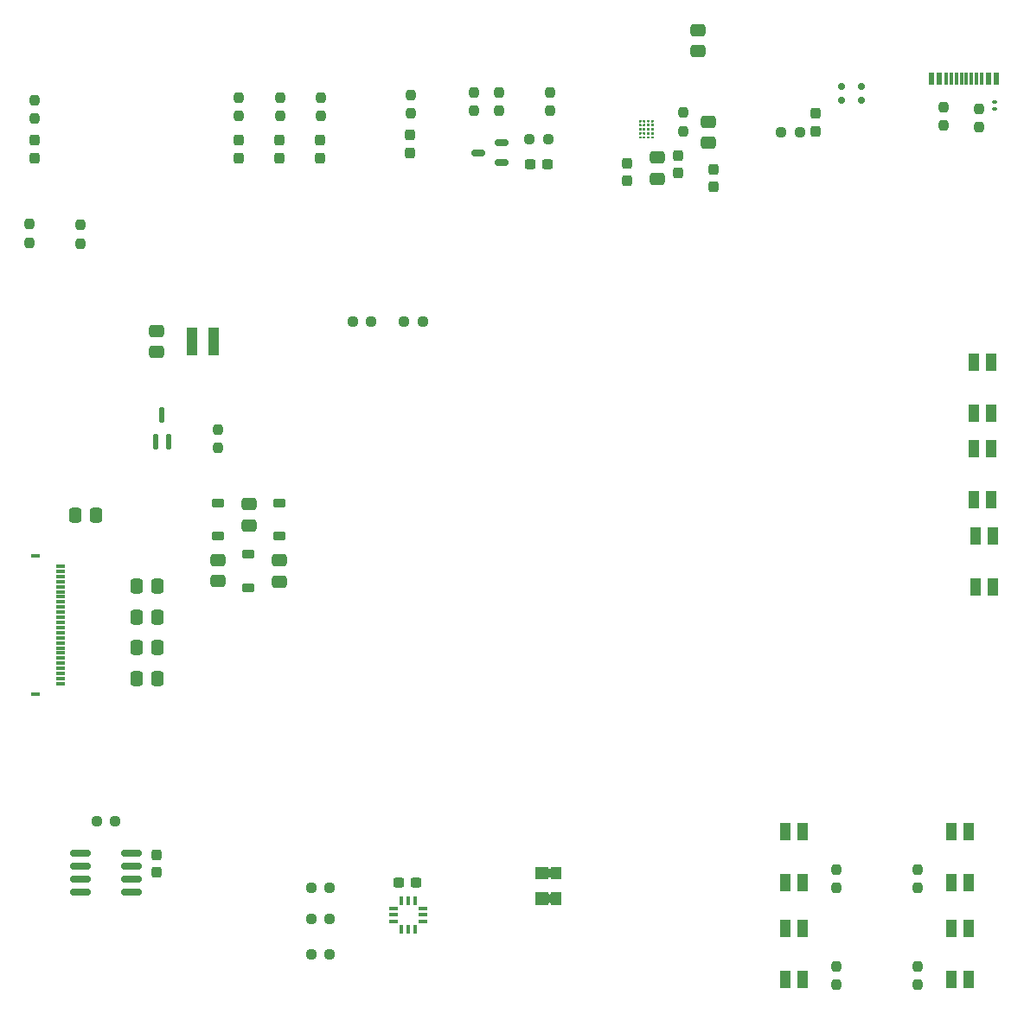
<source format=gtp>
G04 #@! TF.GenerationSoftware,KiCad,Pcbnew,8.0.2*
G04 #@! TF.CreationDate,2024-10-06T17:22:18-06:00*
G04 #@! TF.ProjectId,kicad,6b696361-642e-46b6-9963-61645f706362,rev?*
G04 #@! TF.SameCoordinates,Original*
G04 #@! TF.FileFunction,Paste,Top*
G04 #@! TF.FilePolarity,Positive*
%FSLAX46Y46*%
G04 Gerber Fmt 4.6, Leading zero omitted, Abs format (unit mm)*
G04 Created by KiCad (PCBNEW 8.0.2) date 2024-10-06 17:22:18*
%MOMM*%
%LPD*%
G01*
G04 APERTURE LIST*
G04 Aperture macros list*
%AMRoundRect*
0 Rectangle with rounded corners*
0 $1 Rounding radius*
0 $2 $3 $4 $5 $6 $7 $8 $9 X,Y pos of 4 corners*
0 Add a 4 corners polygon primitive as box body*
4,1,4,$2,$3,$4,$5,$6,$7,$8,$9,$2,$3,0*
0 Add four circle primitives for the rounded corners*
1,1,$1+$1,$2,$3*
1,1,$1+$1,$4,$5*
1,1,$1+$1,$6,$7*
1,1,$1+$1,$8,$9*
0 Add four rect primitives between the rounded corners*
20,1,$1+$1,$2,$3,$4,$5,0*
20,1,$1+$1,$4,$5,$6,$7,0*
20,1,$1+$1,$6,$7,$8,$9,0*
20,1,$1+$1,$8,$9,$2,$3,0*%
G04 Aperture macros list end*
%ADD10C,0.010000*%
%ADD11C,0.050000*%
%ADD12C,0.000000*%
%ADD13R,1.000000X1.800000*%
%ADD14R,0.990600X2.692400*%
%ADD15RoundRect,0.237500X0.237500X-0.287500X0.237500X0.287500X-0.237500X0.287500X-0.237500X-0.287500X0*%
%ADD16RoundRect,0.237500X0.237500X-0.250000X0.237500X0.250000X-0.237500X0.250000X-0.237500X-0.250000X0*%
%ADD17RoundRect,0.075000X-0.175000X0.075000X-0.175000X-0.075000X0.175000X-0.075000X0.175000X0.075000X0*%
%ADD18RoundRect,0.237500X-0.237500X0.250000X-0.237500X-0.250000X0.237500X-0.250000X0.237500X0.250000X0*%
%ADD19R,0.600000X1.150000*%
%ADD20R,0.300000X1.150000*%
%ADD21RoundRect,0.237500X-0.237500X0.300000X-0.237500X-0.300000X0.237500X-0.300000X0.237500X0.300000X0*%
%ADD22RoundRect,0.237500X0.250000X0.237500X-0.250000X0.237500X-0.250000X-0.237500X0.250000X-0.237500X0*%
%ADD23RoundRect,0.150000X0.200000X-0.150000X0.200000X0.150000X-0.200000X0.150000X-0.200000X-0.150000X0*%
%ADD24RoundRect,0.250000X-0.475000X0.337500X-0.475000X-0.337500X0.475000X-0.337500X0.475000X0.337500X0*%
%ADD25RoundRect,0.225000X0.375000X-0.225000X0.375000X0.225000X-0.375000X0.225000X-0.375000X-0.225000X0*%
%ADD26RoundRect,0.225000X-0.375000X0.225000X-0.375000X-0.225000X0.375000X-0.225000X0.375000X0.225000X0*%
%ADD27RoundRect,0.250000X0.337500X0.475000X-0.337500X0.475000X-0.337500X-0.475000X0.337500X-0.475000X0*%
%ADD28RoundRect,0.237500X-0.300000X-0.237500X0.300000X-0.237500X0.300000X0.237500X-0.300000X0.237500X0*%
%ADD29RoundRect,0.237500X-0.250000X-0.237500X0.250000X-0.237500X0.250000X0.237500X-0.250000X0.237500X0*%
%ADD30R,0.350000X0.950000*%
%ADD31R,0.950000X0.350000*%
%ADD32RoundRect,0.250000X-0.337500X-0.475000X0.337500X-0.475000X0.337500X0.475000X-0.337500X0.475000X0*%
%ADD33RoundRect,0.250000X0.475000X-0.337500X0.475000X0.337500X-0.475000X0.337500X-0.475000X-0.337500X0*%
%ADD34RoundRect,0.112500X-0.112500X-0.637500X0.112500X-0.637500X0.112500X0.637500X-0.112500X0.637500X0*%
%ADD35RoundRect,0.150000X-0.825000X-0.150000X0.825000X-0.150000X0.825000X0.150000X-0.825000X0.150000X0*%
%ADD36RoundRect,0.150000X0.512500X0.150000X-0.512500X0.150000X-0.512500X-0.150000X0.512500X-0.150000X0*%
%ADD37R,0.838200X0.355600*%
%ADD38R,0.838200X0.406400*%
G04 APERTURE END LIST*
D10*
X145220000Y-131485000D02*
X145220000Y-131493000D01*
X145221000Y-131501000D01*
X145222000Y-131508000D01*
X145223000Y-131516000D01*
X145225000Y-131524000D01*
X145227000Y-131531000D01*
X145230000Y-131539000D01*
X145233000Y-131546000D01*
X145236000Y-131553000D01*
X145240000Y-131560000D01*
X145244000Y-131567000D01*
X145249000Y-131573000D01*
X145253000Y-131579000D01*
X145259000Y-131585000D01*
X145264000Y-131591000D01*
X145270000Y-131596000D01*
X145276000Y-131602000D01*
X145282000Y-131606000D01*
X145288000Y-131611000D01*
X145295000Y-131615000D01*
X145302000Y-131619000D01*
X145309000Y-131622000D01*
X145316000Y-131625000D01*
X145324000Y-131628000D01*
X145331000Y-131630000D01*
X145339000Y-131632000D01*
X145347000Y-131633000D01*
X145354000Y-131634000D01*
X145362000Y-131635000D01*
X145370000Y-131635000D01*
X145420000Y-131635000D01*
X145428000Y-131635000D01*
X145436000Y-131634000D01*
X145443000Y-131633000D01*
X145451000Y-131632000D01*
X145459000Y-131630000D01*
X145466000Y-131628000D01*
X145474000Y-131625000D01*
X145481000Y-131622000D01*
X145488000Y-131619000D01*
X145495000Y-131615000D01*
X145502000Y-131611000D01*
X145508000Y-131606000D01*
X145514000Y-131602000D01*
X145520000Y-131596000D01*
X145526000Y-131591000D01*
X145531000Y-131585000D01*
X145537000Y-131579000D01*
X145541000Y-131573000D01*
X145546000Y-131567000D01*
X145550000Y-131560000D01*
X145554000Y-131553000D01*
X145557000Y-131546000D01*
X145560000Y-131539000D01*
X145563000Y-131531000D01*
X145565000Y-131524000D01*
X145567000Y-131516000D01*
X145568000Y-131508000D01*
X145569000Y-131501000D01*
X145570000Y-131493000D01*
X145570000Y-131485000D01*
X145570000Y-131425000D01*
X146510000Y-131425000D01*
X146510000Y-132575000D01*
X145570000Y-132575000D01*
X145570000Y-132515000D01*
X145570000Y-132507000D01*
X145569000Y-132499000D01*
X145568000Y-132492000D01*
X145567000Y-132484000D01*
X145565000Y-132476000D01*
X145563000Y-132469000D01*
X145560000Y-132461000D01*
X145557000Y-132454000D01*
X145554000Y-132447000D01*
X145550000Y-132440000D01*
X145546000Y-132433000D01*
X145541000Y-132427000D01*
X145537000Y-132421000D01*
X145531000Y-132415000D01*
X145526000Y-132409000D01*
X145520000Y-132404000D01*
X145514000Y-132398000D01*
X145508000Y-132394000D01*
X145502000Y-132389000D01*
X145495000Y-132385000D01*
X145488000Y-132381000D01*
X145481000Y-132378000D01*
X145474000Y-132375000D01*
X145466000Y-132372000D01*
X145459000Y-132370000D01*
X145451000Y-132368000D01*
X145443000Y-132367000D01*
X145436000Y-132366000D01*
X145428000Y-132365000D01*
X145420000Y-132365000D01*
X145370000Y-132365000D01*
X145362000Y-132365000D01*
X145354000Y-132366000D01*
X145347000Y-132367000D01*
X145339000Y-132368000D01*
X145331000Y-132370000D01*
X145324000Y-132372000D01*
X145316000Y-132375000D01*
X145309000Y-132378000D01*
X145302000Y-132381000D01*
X145295000Y-132385000D01*
X145288000Y-132389000D01*
X145282000Y-132394000D01*
X145276000Y-132398000D01*
X145270000Y-132404000D01*
X145264000Y-132409000D01*
X145259000Y-132415000D01*
X145253000Y-132421000D01*
X145249000Y-132427000D01*
X145244000Y-132433000D01*
X145240000Y-132440000D01*
X145236000Y-132447000D01*
X145233000Y-132454000D01*
X145230000Y-132461000D01*
X145227000Y-132469000D01*
X145225000Y-132476000D01*
X145223000Y-132484000D01*
X145222000Y-132492000D01*
X145221000Y-132499000D01*
X145220000Y-132507000D01*
X145220000Y-132515000D01*
X145220000Y-132575000D01*
X144070000Y-132575000D01*
X144070000Y-131425000D01*
X145220000Y-131425000D01*
X145220000Y-131485000D01*
G36*
X145220000Y-131485000D02*
G01*
X145220000Y-131493000D01*
X145221000Y-131501000D01*
X145222000Y-131508000D01*
X145223000Y-131516000D01*
X145225000Y-131524000D01*
X145227000Y-131531000D01*
X145230000Y-131539000D01*
X145233000Y-131546000D01*
X145236000Y-131553000D01*
X145240000Y-131560000D01*
X145244000Y-131567000D01*
X145249000Y-131573000D01*
X145253000Y-131579000D01*
X145259000Y-131585000D01*
X145264000Y-131591000D01*
X145270000Y-131596000D01*
X145276000Y-131602000D01*
X145282000Y-131606000D01*
X145288000Y-131611000D01*
X145295000Y-131615000D01*
X145302000Y-131619000D01*
X145309000Y-131622000D01*
X145316000Y-131625000D01*
X145324000Y-131628000D01*
X145331000Y-131630000D01*
X145339000Y-131632000D01*
X145347000Y-131633000D01*
X145354000Y-131634000D01*
X145362000Y-131635000D01*
X145370000Y-131635000D01*
X145420000Y-131635000D01*
X145428000Y-131635000D01*
X145436000Y-131634000D01*
X145443000Y-131633000D01*
X145451000Y-131632000D01*
X145459000Y-131630000D01*
X145466000Y-131628000D01*
X145474000Y-131625000D01*
X145481000Y-131622000D01*
X145488000Y-131619000D01*
X145495000Y-131615000D01*
X145502000Y-131611000D01*
X145508000Y-131606000D01*
X145514000Y-131602000D01*
X145520000Y-131596000D01*
X145526000Y-131591000D01*
X145531000Y-131585000D01*
X145537000Y-131579000D01*
X145541000Y-131573000D01*
X145546000Y-131567000D01*
X145550000Y-131560000D01*
X145554000Y-131553000D01*
X145557000Y-131546000D01*
X145560000Y-131539000D01*
X145563000Y-131531000D01*
X145565000Y-131524000D01*
X145567000Y-131516000D01*
X145568000Y-131508000D01*
X145569000Y-131501000D01*
X145570000Y-131493000D01*
X145570000Y-131485000D01*
X145570000Y-131425000D01*
X146510000Y-131425000D01*
X146510000Y-132575000D01*
X145570000Y-132575000D01*
X145570000Y-132515000D01*
X145570000Y-132507000D01*
X145569000Y-132499000D01*
X145568000Y-132492000D01*
X145567000Y-132484000D01*
X145565000Y-132476000D01*
X145563000Y-132469000D01*
X145560000Y-132461000D01*
X145557000Y-132454000D01*
X145554000Y-132447000D01*
X145550000Y-132440000D01*
X145546000Y-132433000D01*
X145541000Y-132427000D01*
X145537000Y-132421000D01*
X145531000Y-132415000D01*
X145526000Y-132409000D01*
X145520000Y-132404000D01*
X145514000Y-132398000D01*
X145508000Y-132394000D01*
X145502000Y-132389000D01*
X145495000Y-132385000D01*
X145488000Y-132381000D01*
X145481000Y-132378000D01*
X145474000Y-132375000D01*
X145466000Y-132372000D01*
X145459000Y-132370000D01*
X145451000Y-132368000D01*
X145443000Y-132367000D01*
X145436000Y-132366000D01*
X145428000Y-132365000D01*
X145420000Y-132365000D01*
X145370000Y-132365000D01*
X145362000Y-132365000D01*
X145354000Y-132366000D01*
X145347000Y-132367000D01*
X145339000Y-132368000D01*
X145331000Y-132370000D01*
X145324000Y-132372000D01*
X145316000Y-132375000D01*
X145309000Y-132378000D01*
X145302000Y-132381000D01*
X145295000Y-132385000D01*
X145288000Y-132389000D01*
X145282000Y-132394000D01*
X145276000Y-132398000D01*
X145270000Y-132404000D01*
X145264000Y-132409000D01*
X145259000Y-132415000D01*
X145253000Y-132421000D01*
X145249000Y-132427000D01*
X145244000Y-132433000D01*
X145240000Y-132440000D01*
X145236000Y-132447000D01*
X145233000Y-132454000D01*
X145230000Y-132461000D01*
X145227000Y-132469000D01*
X145225000Y-132476000D01*
X145223000Y-132484000D01*
X145222000Y-132492000D01*
X145221000Y-132499000D01*
X145220000Y-132507000D01*
X145220000Y-132515000D01*
X145220000Y-132575000D01*
X144070000Y-132575000D01*
X144070000Y-131425000D01*
X145220000Y-131425000D01*
X145220000Y-131485000D01*
G37*
D11*
X154250008Y-58325000D02*
G75*
G02*
X154200006Y-58325000I-25001J0D01*
G01*
X154200006Y-58325000D02*
G75*
G02*
X154250008Y-58325000I25001J0D01*
G01*
X154250008Y-58475002D02*
G75*
G02*
X154200006Y-58475002I-25001J0D01*
G01*
X154200006Y-58475002D02*
G75*
G02*
X154250008Y-58475002I25001J0D01*
G01*
X154250008Y-58725002D02*
G75*
G02*
X154200006Y-58725002I-25001J0D01*
G01*
X154200006Y-58725002D02*
G75*
G02*
X154250008Y-58725002I25001J0D01*
G01*
X154250008Y-58875004D02*
G75*
G02*
X154200006Y-58875004I-25001J0D01*
G01*
X154200006Y-58875004D02*
G75*
G02*
X154250008Y-58875004I25001J0D01*
G01*
X154250008Y-59125001D02*
G75*
G02*
X154200006Y-59125001I-25001J0D01*
G01*
X154200006Y-59125001D02*
G75*
G02*
X154250008Y-59125001I25001J0D01*
G01*
X154250008Y-59275003D02*
G75*
G02*
X154200006Y-59275003I-25001J0D01*
G01*
X154200006Y-59275003D02*
G75*
G02*
X154250008Y-59275003I25001J0D01*
G01*
X154250008Y-59525000D02*
G75*
G02*
X154200006Y-59525000I-25001J0D01*
G01*
X154200006Y-59525000D02*
G75*
G02*
X154250008Y-59525000I25001J0D01*
G01*
X154250008Y-59675002D02*
G75*
G02*
X154200006Y-59675002I-25001J0D01*
G01*
X154200006Y-59675002D02*
G75*
G02*
X154250008Y-59675002I25001J0D01*
G01*
X154250008Y-59924999D02*
G75*
G02*
X154200006Y-59924999I-25001J0D01*
G01*
X154200006Y-59924999D02*
G75*
G02*
X154250008Y-59924999I25001J0D01*
G01*
X154250008Y-60075002D02*
G75*
G02*
X154200006Y-60075002I-25001J0D01*
G01*
X154200006Y-60075002D02*
G75*
G02*
X154250008Y-60075002I25001J0D01*
G01*
X154400010Y-58325000D02*
G75*
G02*
X154350008Y-58325000I-25001J0D01*
G01*
X154350008Y-58325000D02*
G75*
G02*
X154400010Y-58325000I25001J0D01*
G01*
X154400010Y-58475002D02*
G75*
G02*
X154350008Y-58475002I-25001J0D01*
G01*
X154350008Y-58475002D02*
G75*
G02*
X154400010Y-58475002I25001J0D01*
G01*
X154400010Y-58725002D02*
G75*
G02*
X154350008Y-58725002I-25001J0D01*
G01*
X154350008Y-58725002D02*
G75*
G02*
X154400010Y-58725002I25001J0D01*
G01*
X154400010Y-58875004D02*
G75*
G02*
X154350008Y-58875004I-25001J0D01*
G01*
X154350008Y-58875004D02*
G75*
G02*
X154400010Y-58875004I25001J0D01*
G01*
X154400010Y-59125001D02*
G75*
G02*
X154350008Y-59125001I-25001J0D01*
G01*
X154350008Y-59125001D02*
G75*
G02*
X154400010Y-59125001I25001J0D01*
G01*
X154400010Y-59275003D02*
G75*
G02*
X154350008Y-59275003I-25001J0D01*
G01*
X154350008Y-59275003D02*
G75*
G02*
X154400010Y-59275003I25001J0D01*
G01*
X154400010Y-59525000D02*
G75*
G02*
X154350008Y-59525000I-25001J0D01*
G01*
X154350008Y-59525000D02*
G75*
G02*
X154400010Y-59525000I25001J0D01*
G01*
X154400010Y-59675002D02*
G75*
G02*
X154350008Y-59675002I-25001J0D01*
G01*
X154350008Y-59675002D02*
G75*
G02*
X154400010Y-59675002I25001J0D01*
G01*
X154400010Y-59924999D02*
G75*
G02*
X154350008Y-59924999I-25001J0D01*
G01*
X154350008Y-59924999D02*
G75*
G02*
X154400010Y-59924999I25001J0D01*
G01*
X154400010Y-60075002D02*
G75*
G02*
X154350008Y-60075002I-25001J0D01*
G01*
X154350008Y-60075002D02*
G75*
G02*
X154400010Y-60075002I25001J0D01*
G01*
X154650010Y-58325000D02*
G75*
G02*
X154600006Y-58325000I-25002J0D01*
G01*
X154600006Y-58325000D02*
G75*
G02*
X154650010Y-58325000I25002J0D01*
G01*
X154650010Y-58475002D02*
G75*
G02*
X154600006Y-58475002I-25002J0D01*
G01*
X154600006Y-58475002D02*
G75*
G02*
X154650010Y-58475002I25002J0D01*
G01*
X154650010Y-58725002D02*
G75*
G02*
X154600006Y-58725002I-25002J0D01*
G01*
X154600006Y-58725002D02*
G75*
G02*
X154650010Y-58725002I25002J0D01*
G01*
X154650010Y-58875004D02*
G75*
G02*
X154600006Y-58875004I-25002J0D01*
G01*
X154600006Y-58875004D02*
G75*
G02*
X154650010Y-58875004I25002J0D01*
G01*
X154650010Y-59125001D02*
G75*
G02*
X154600006Y-59125001I-25002J0D01*
G01*
X154600006Y-59125001D02*
G75*
G02*
X154650010Y-59125001I25002J0D01*
G01*
X154650010Y-59275003D02*
G75*
G02*
X154600006Y-59275003I-25002J0D01*
G01*
X154600006Y-59275003D02*
G75*
G02*
X154650010Y-59275003I25002J0D01*
G01*
X154650010Y-59525000D02*
G75*
G02*
X154600006Y-59525000I-25002J0D01*
G01*
X154600006Y-59525000D02*
G75*
G02*
X154650010Y-59525000I25002J0D01*
G01*
X154650010Y-59675002D02*
G75*
G02*
X154600006Y-59675002I-25002J0D01*
G01*
X154600006Y-59675002D02*
G75*
G02*
X154650010Y-59675002I25002J0D01*
G01*
X154650010Y-59924999D02*
G75*
G02*
X154600006Y-59924999I-25002J0D01*
G01*
X154600006Y-59924999D02*
G75*
G02*
X154650010Y-59924999I25002J0D01*
G01*
X154650010Y-60075002D02*
G75*
G02*
X154600006Y-60075002I-25002J0D01*
G01*
X154600006Y-60075002D02*
G75*
G02*
X154650010Y-60075002I25002J0D01*
G01*
X154800012Y-58325000D02*
G75*
G02*
X154750010Y-58325000I-25001J0D01*
G01*
X154750010Y-58325000D02*
G75*
G02*
X154800012Y-58325000I25001J0D01*
G01*
X154800012Y-58475002D02*
G75*
G02*
X154750010Y-58475002I-25001J0D01*
G01*
X154750010Y-58475002D02*
G75*
G02*
X154800012Y-58475002I25001J0D01*
G01*
X154800012Y-58725002D02*
G75*
G02*
X154750010Y-58725002I-25001J0D01*
G01*
X154750010Y-58725002D02*
G75*
G02*
X154800012Y-58725002I25001J0D01*
G01*
X154800012Y-58875004D02*
G75*
G02*
X154750010Y-58875004I-25001J0D01*
G01*
X154750010Y-58875004D02*
G75*
G02*
X154800012Y-58875004I25001J0D01*
G01*
X154800012Y-59125001D02*
G75*
G02*
X154750010Y-59125001I-25001J0D01*
G01*
X154750010Y-59125001D02*
G75*
G02*
X154800012Y-59125001I25001J0D01*
G01*
X154800012Y-59275003D02*
G75*
G02*
X154750010Y-59275003I-25001J0D01*
G01*
X154750010Y-59275003D02*
G75*
G02*
X154800012Y-59275003I25001J0D01*
G01*
X154800012Y-59525000D02*
G75*
G02*
X154750010Y-59525000I-25001J0D01*
G01*
X154750010Y-59525000D02*
G75*
G02*
X154800012Y-59525000I25001J0D01*
G01*
X154800012Y-59675002D02*
G75*
G02*
X154750010Y-59675002I-25001J0D01*
G01*
X154750010Y-59675002D02*
G75*
G02*
X154800012Y-59675002I25001J0D01*
G01*
X154800012Y-59924999D02*
G75*
G02*
X154750010Y-59924999I-25001J0D01*
G01*
X154750010Y-59924999D02*
G75*
G02*
X154800012Y-59924999I25001J0D01*
G01*
X154800012Y-60075002D02*
G75*
G02*
X154750010Y-60075002I-25001J0D01*
G01*
X154750010Y-60075002D02*
G75*
G02*
X154800012Y-60075002I25001J0D01*
G01*
X155050009Y-58325000D02*
G75*
G02*
X155000007Y-58325000I-25001J0D01*
G01*
X155000007Y-58325000D02*
G75*
G02*
X155050009Y-58325000I25001J0D01*
G01*
X155050009Y-58475002D02*
G75*
G02*
X155000007Y-58475002I-25001J0D01*
G01*
X155000007Y-58475002D02*
G75*
G02*
X155050009Y-58475002I25001J0D01*
G01*
X155050009Y-58725002D02*
G75*
G02*
X155000007Y-58725002I-25001J0D01*
G01*
X155000007Y-58725002D02*
G75*
G02*
X155050009Y-58725002I25001J0D01*
G01*
X155050009Y-58875004D02*
G75*
G02*
X155000007Y-58875004I-25001J0D01*
G01*
X155000007Y-58875004D02*
G75*
G02*
X155050009Y-58875004I25001J0D01*
G01*
X155050009Y-59125001D02*
G75*
G02*
X155000007Y-59125001I-25001J0D01*
G01*
X155000007Y-59125001D02*
G75*
G02*
X155050009Y-59125001I25001J0D01*
G01*
X155050009Y-59275003D02*
G75*
G02*
X155000007Y-59275003I-25001J0D01*
G01*
X155000007Y-59275003D02*
G75*
G02*
X155050009Y-59275003I25001J0D01*
G01*
X155050009Y-59525000D02*
G75*
G02*
X155000007Y-59525000I-25001J0D01*
G01*
X155000007Y-59525000D02*
G75*
G02*
X155050009Y-59525000I25001J0D01*
G01*
X155050009Y-59675002D02*
G75*
G02*
X155000007Y-59675002I-25001J0D01*
G01*
X155000007Y-59675002D02*
G75*
G02*
X155050009Y-59675002I25001J0D01*
G01*
X155050009Y-59924999D02*
G75*
G02*
X155000007Y-59924999I-25001J0D01*
G01*
X155000007Y-59924999D02*
G75*
G02*
X155050009Y-59924999I25001J0D01*
G01*
X155050009Y-60075002D02*
G75*
G02*
X155000007Y-60075002I-25001J0D01*
G01*
X155000007Y-60075002D02*
G75*
G02*
X155050009Y-60075002I25001J0D01*
G01*
X155200011Y-58325000D02*
G75*
G02*
X155150009Y-58325000I-25001J0D01*
G01*
X155150009Y-58325000D02*
G75*
G02*
X155200011Y-58325000I25001J0D01*
G01*
X155200011Y-58475002D02*
G75*
G02*
X155150009Y-58475002I-25001J0D01*
G01*
X155150009Y-58475002D02*
G75*
G02*
X155200011Y-58475002I25001J0D01*
G01*
X155200011Y-58725002D02*
G75*
G02*
X155150009Y-58725002I-25001J0D01*
G01*
X155150009Y-58725002D02*
G75*
G02*
X155200011Y-58725002I25001J0D01*
G01*
X155200011Y-58875004D02*
G75*
G02*
X155150009Y-58875004I-25001J0D01*
G01*
X155150009Y-58875004D02*
G75*
G02*
X155200011Y-58875004I25001J0D01*
G01*
X155200011Y-59125001D02*
G75*
G02*
X155150009Y-59125001I-25001J0D01*
G01*
X155150009Y-59125001D02*
G75*
G02*
X155200011Y-59125001I25001J0D01*
G01*
X155200011Y-59275003D02*
G75*
G02*
X155150009Y-59275003I-25001J0D01*
G01*
X155150009Y-59275003D02*
G75*
G02*
X155200011Y-59275003I25001J0D01*
G01*
X155200011Y-59525000D02*
G75*
G02*
X155150009Y-59525000I-25001J0D01*
G01*
X155150009Y-59525000D02*
G75*
G02*
X155200011Y-59525000I25001J0D01*
G01*
X155200011Y-59675002D02*
G75*
G02*
X155150009Y-59675002I-25001J0D01*
G01*
X155150009Y-59675002D02*
G75*
G02*
X155200011Y-59675002I25001J0D01*
G01*
X155200011Y-59924999D02*
G75*
G02*
X155150009Y-59924999I-25001J0D01*
G01*
X155150009Y-59924999D02*
G75*
G02*
X155200011Y-59924999I25001J0D01*
G01*
X155200011Y-60075002D02*
G75*
G02*
X155150009Y-60075002I-25001J0D01*
G01*
X155150009Y-60075002D02*
G75*
G02*
X155200011Y-60075002I25001J0D01*
G01*
X155450008Y-58325000D02*
G75*
G02*
X155400006Y-58325000I-25001J0D01*
G01*
X155400006Y-58325000D02*
G75*
G02*
X155450008Y-58325000I25001J0D01*
G01*
X155450008Y-58475002D02*
G75*
G02*
X155400006Y-58475002I-25001J0D01*
G01*
X155400006Y-58475002D02*
G75*
G02*
X155450008Y-58475002I25001J0D01*
G01*
X155450008Y-58725002D02*
G75*
G02*
X155400006Y-58725002I-25001J0D01*
G01*
X155400006Y-58725002D02*
G75*
G02*
X155450008Y-58725002I25001J0D01*
G01*
X155450008Y-58875004D02*
G75*
G02*
X155400006Y-58875004I-25001J0D01*
G01*
X155400006Y-58875004D02*
G75*
G02*
X155450008Y-58875004I25001J0D01*
G01*
X155450008Y-59125001D02*
G75*
G02*
X155400006Y-59125001I-25001J0D01*
G01*
X155400006Y-59125001D02*
G75*
G02*
X155450008Y-59125001I25001J0D01*
G01*
X155450008Y-59275003D02*
G75*
G02*
X155400006Y-59275003I-25001J0D01*
G01*
X155400006Y-59275003D02*
G75*
G02*
X155450008Y-59275003I25001J0D01*
G01*
X155450008Y-59525000D02*
G75*
G02*
X155400006Y-59525000I-25001J0D01*
G01*
X155400006Y-59525000D02*
G75*
G02*
X155450008Y-59525000I25001J0D01*
G01*
X155450008Y-59675002D02*
G75*
G02*
X155400006Y-59675002I-25001J0D01*
G01*
X155400006Y-59675002D02*
G75*
G02*
X155450008Y-59675002I25001J0D01*
G01*
X155450008Y-59924999D02*
G75*
G02*
X155400006Y-59924999I-25001J0D01*
G01*
X155400006Y-59924999D02*
G75*
G02*
X155450008Y-59924999I25001J0D01*
G01*
X155450008Y-60075002D02*
G75*
G02*
X155400006Y-60075002I-25001J0D01*
G01*
X155400006Y-60075002D02*
G75*
G02*
X155450008Y-60075002I25001J0D01*
G01*
X155600010Y-58325000D02*
G75*
G02*
X155550008Y-58325000I-25001J0D01*
G01*
X155550008Y-58325000D02*
G75*
G02*
X155600010Y-58325000I25001J0D01*
G01*
X155600010Y-58475002D02*
G75*
G02*
X155550008Y-58475002I-25001J0D01*
G01*
X155550008Y-58475002D02*
G75*
G02*
X155600010Y-58475002I25001J0D01*
G01*
X155600010Y-58725002D02*
G75*
G02*
X155550008Y-58725002I-25001J0D01*
G01*
X155550008Y-58725002D02*
G75*
G02*
X155600010Y-58725002I25001J0D01*
G01*
X155600010Y-58875004D02*
G75*
G02*
X155550008Y-58875004I-25001J0D01*
G01*
X155550008Y-58875004D02*
G75*
G02*
X155600010Y-58875004I25001J0D01*
G01*
X155600010Y-59125001D02*
G75*
G02*
X155550008Y-59125001I-25001J0D01*
G01*
X155550008Y-59125001D02*
G75*
G02*
X155600010Y-59125001I25001J0D01*
G01*
X155600010Y-59275003D02*
G75*
G02*
X155550008Y-59275003I-25001J0D01*
G01*
X155550008Y-59275003D02*
G75*
G02*
X155600010Y-59275003I25001J0D01*
G01*
X155600010Y-59525000D02*
G75*
G02*
X155550008Y-59525000I-25001J0D01*
G01*
X155550008Y-59525000D02*
G75*
G02*
X155600010Y-59525000I25001J0D01*
G01*
X155600010Y-59675002D02*
G75*
G02*
X155550008Y-59675002I-25001J0D01*
G01*
X155550008Y-59675002D02*
G75*
G02*
X155600010Y-59675002I25001J0D01*
G01*
X155600010Y-59924999D02*
G75*
G02*
X155550008Y-59924999I-25001J0D01*
G01*
X155550008Y-59924999D02*
G75*
G02*
X155600010Y-59924999I25001J0D01*
G01*
X155600010Y-60075002D02*
G75*
G02*
X155550008Y-60075002I-25001J0D01*
G01*
X155550008Y-60075002D02*
G75*
G02*
X155600010Y-60075002I25001J0D01*
G01*
D12*
G36*
X154225009Y-58475000D02*
G01*
X154175009Y-58475000D01*
X154175009Y-58325000D01*
X154225009Y-58325000D01*
X154225009Y-58475000D01*
G37*
G36*
X154225009Y-58875001D02*
G01*
X154175009Y-58875001D01*
X154175009Y-58725002D01*
X154225009Y-58725002D01*
X154225009Y-58875001D01*
G37*
G36*
X154225009Y-59275001D02*
G01*
X154175009Y-59275001D01*
X154175009Y-59125001D01*
X154225009Y-59125001D01*
X154225009Y-59275001D01*
G37*
G36*
X154225009Y-59675000D02*
G01*
X154175009Y-59675000D01*
X154175009Y-59525000D01*
X154225009Y-59525000D01*
X154225009Y-59675000D01*
G37*
G36*
X154225009Y-60074999D02*
G01*
X154175009Y-60074999D01*
X154175009Y-59924999D01*
X154225009Y-59924999D01*
X154225009Y-60074999D01*
G37*
G36*
X154375011Y-58475000D02*
G01*
X154225009Y-58475000D01*
X154225009Y-58324997D01*
X154375011Y-58324997D01*
X154375011Y-58475000D01*
G37*
G36*
X154375009Y-58525000D02*
G01*
X154225009Y-58525000D01*
X154225009Y-58475000D01*
X154375009Y-58475000D01*
X154375009Y-58525000D01*
G37*
G36*
X154375011Y-58875001D02*
G01*
X154225009Y-58875001D01*
X154225009Y-58724999D01*
X154375011Y-58724999D01*
X154375011Y-58875001D01*
G37*
G36*
X154375009Y-58925001D02*
G01*
X154225009Y-58925001D01*
X154225009Y-58875001D01*
X154375009Y-58875001D01*
X154375009Y-58925001D01*
G37*
G36*
X154375011Y-59275001D02*
G01*
X154225009Y-59275001D01*
X154225009Y-59124998D01*
X154375011Y-59124998D01*
X154375011Y-59275001D01*
G37*
G36*
X154375009Y-59325000D02*
G01*
X154225009Y-59325000D01*
X154225009Y-59275001D01*
X154375009Y-59275001D01*
X154375009Y-59325000D01*
G37*
G36*
X154375011Y-59675000D02*
G01*
X154225009Y-59675000D01*
X154225009Y-59524998D01*
X154375011Y-59524998D01*
X154375011Y-59675000D01*
G37*
G36*
X154375009Y-59725000D02*
G01*
X154225009Y-59725000D01*
X154225009Y-59675000D01*
X154375009Y-59675000D01*
X154375009Y-59725000D01*
G37*
G36*
X154375011Y-60074999D02*
G01*
X154225009Y-60074999D01*
X154225009Y-59924997D01*
X154375011Y-59924997D01*
X154375011Y-60074999D01*
G37*
G36*
X154375009Y-60124999D02*
G01*
X154225009Y-60124999D01*
X154225009Y-60074999D01*
X154375009Y-60074999D01*
X154375009Y-60124999D01*
G37*
G36*
X154375009Y-58325000D02*
G01*
X154225009Y-58325000D01*
X154225009Y-58275000D01*
X154375009Y-58275000D01*
X154375009Y-58325000D01*
G37*
G36*
X154375009Y-58725002D02*
G01*
X154225009Y-58725002D01*
X154225009Y-58675002D01*
X154375009Y-58675002D01*
X154375009Y-58725002D01*
G37*
G36*
X154375009Y-59125001D02*
G01*
X154225009Y-59125001D01*
X154225009Y-59075001D01*
X154375009Y-59075001D01*
X154375009Y-59125001D01*
G37*
G36*
X154375009Y-59525000D02*
G01*
X154225009Y-59525000D01*
X154225009Y-59475000D01*
X154375009Y-59475000D01*
X154375009Y-59525000D01*
G37*
G36*
X154375009Y-59924999D02*
G01*
X154225009Y-59924999D01*
X154225009Y-59874999D01*
X154375009Y-59874999D01*
X154375009Y-59924999D01*
G37*
G36*
X154425009Y-58475000D02*
G01*
X154375009Y-58475000D01*
X154375009Y-58325000D01*
X154425009Y-58325000D01*
X154425009Y-58475000D01*
G37*
G36*
X154425009Y-58875001D02*
G01*
X154375009Y-58875001D01*
X154375009Y-58725002D01*
X154425009Y-58725002D01*
X154425009Y-58875001D01*
G37*
G36*
X154425009Y-59275001D02*
G01*
X154375009Y-59275001D01*
X154375009Y-59125001D01*
X154425009Y-59125001D01*
X154425009Y-59275001D01*
G37*
G36*
X154425009Y-59675000D02*
G01*
X154375009Y-59675000D01*
X154375009Y-59525000D01*
X154425009Y-59525000D01*
X154425009Y-59675000D01*
G37*
G36*
X154425009Y-60074999D02*
G01*
X154375009Y-60074999D01*
X154375009Y-59924999D01*
X154425009Y-59924999D01*
X154425009Y-60074999D01*
G37*
G36*
X154625011Y-58475000D02*
G01*
X154575011Y-58475000D01*
X154575011Y-58325000D01*
X154625011Y-58325000D01*
X154625011Y-58475000D01*
G37*
G36*
X154625011Y-58875001D02*
G01*
X154575011Y-58875001D01*
X154575011Y-58725002D01*
X154625011Y-58725002D01*
X154625011Y-58875001D01*
G37*
G36*
X154625011Y-59275001D02*
G01*
X154575011Y-59275001D01*
X154575011Y-59125001D01*
X154625011Y-59125001D01*
X154625011Y-59275001D01*
G37*
G36*
X154625011Y-59675000D02*
G01*
X154575011Y-59675000D01*
X154575011Y-59525000D01*
X154625011Y-59525000D01*
X154625011Y-59675000D01*
G37*
G36*
X154625011Y-60074999D02*
G01*
X154575011Y-60074999D01*
X154575011Y-59924999D01*
X154625011Y-59924999D01*
X154625011Y-60074999D01*
G37*
G36*
X154775013Y-58475000D02*
G01*
X154625011Y-58475000D01*
X154625011Y-58324997D01*
X154775013Y-58324997D01*
X154775013Y-58475000D01*
G37*
G36*
X154775011Y-58525000D02*
G01*
X154625011Y-58525000D01*
X154625011Y-58475000D01*
X154775011Y-58475000D01*
X154775011Y-58525000D01*
G37*
G36*
X154775013Y-58875001D02*
G01*
X154625011Y-58875001D01*
X154625011Y-58724999D01*
X154775013Y-58724999D01*
X154775013Y-58875001D01*
G37*
G36*
X154775011Y-58925001D02*
G01*
X154625011Y-58925001D01*
X154625011Y-58875001D01*
X154775011Y-58875001D01*
X154775011Y-58925001D01*
G37*
G36*
X154775013Y-59275001D02*
G01*
X154625011Y-59275001D01*
X154625011Y-59124998D01*
X154775013Y-59124998D01*
X154775013Y-59275001D01*
G37*
G36*
X154775011Y-59325000D02*
G01*
X154625011Y-59325000D01*
X154625011Y-59275001D01*
X154775011Y-59275001D01*
X154775011Y-59325000D01*
G37*
G36*
X154775013Y-59675000D02*
G01*
X154625011Y-59675000D01*
X154625011Y-59524998D01*
X154775013Y-59524998D01*
X154775013Y-59675000D01*
G37*
G36*
X154775011Y-59725000D02*
G01*
X154625011Y-59725000D01*
X154625011Y-59675000D01*
X154775011Y-59675000D01*
X154775011Y-59725000D01*
G37*
G36*
X154775013Y-60074999D02*
G01*
X154625011Y-60074999D01*
X154625011Y-59924997D01*
X154775013Y-59924997D01*
X154775013Y-60074999D01*
G37*
G36*
X154775011Y-60124999D02*
G01*
X154625011Y-60124999D01*
X154625011Y-60074999D01*
X154775011Y-60074999D01*
X154775011Y-60124999D01*
G37*
G36*
X154775011Y-58325000D02*
G01*
X154625011Y-58325000D01*
X154625011Y-58275000D01*
X154775011Y-58275000D01*
X154775011Y-58325000D01*
G37*
G36*
X154775011Y-58725002D02*
G01*
X154625011Y-58725002D01*
X154625011Y-58675002D01*
X154775011Y-58675002D01*
X154775011Y-58725002D01*
G37*
G36*
X154775011Y-59125001D02*
G01*
X154625011Y-59125001D01*
X154625011Y-59075001D01*
X154775011Y-59075001D01*
X154775011Y-59125001D01*
G37*
G36*
X154775011Y-59525000D02*
G01*
X154625011Y-59525000D01*
X154625011Y-59475000D01*
X154775011Y-59475000D01*
X154775011Y-59525000D01*
G37*
G36*
X154775011Y-59924999D02*
G01*
X154625011Y-59924999D01*
X154625011Y-59874999D01*
X154775011Y-59874999D01*
X154775011Y-59924999D01*
G37*
G36*
X154825011Y-58475000D02*
G01*
X154775011Y-58475000D01*
X154775011Y-58325000D01*
X154825011Y-58325000D01*
X154825011Y-58475000D01*
G37*
G36*
X154825011Y-58875001D02*
G01*
X154775011Y-58875001D01*
X154775011Y-58725002D01*
X154825011Y-58725002D01*
X154825011Y-58875001D01*
G37*
G36*
X154825011Y-59275001D02*
G01*
X154775011Y-59275001D01*
X154775011Y-59125001D01*
X154825011Y-59125001D01*
X154825011Y-59275001D01*
G37*
G36*
X154825011Y-59675000D02*
G01*
X154775011Y-59675000D01*
X154775011Y-59525000D01*
X154825011Y-59525000D01*
X154825011Y-59675000D01*
G37*
G36*
X154825011Y-60074999D02*
G01*
X154775011Y-60074999D01*
X154775011Y-59924999D01*
X154825011Y-59924999D01*
X154825011Y-60074999D01*
G37*
G36*
X155025010Y-58475000D02*
G01*
X154975010Y-58475000D01*
X154975010Y-58325000D01*
X155025010Y-58325000D01*
X155025010Y-58475000D01*
G37*
G36*
X155025010Y-58875001D02*
G01*
X154975010Y-58875001D01*
X154975010Y-58725002D01*
X155025010Y-58725002D01*
X155025010Y-58875001D01*
G37*
G36*
X155025010Y-59275001D02*
G01*
X154975010Y-59275001D01*
X154975010Y-59125001D01*
X155025010Y-59125001D01*
X155025010Y-59275001D01*
G37*
G36*
X155025010Y-59675000D02*
G01*
X154975010Y-59675000D01*
X154975010Y-59525000D01*
X155025010Y-59525000D01*
X155025010Y-59675000D01*
G37*
G36*
X155025010Y-60074999D02*
G01*
X154975010Y-60074999D01*
X154975010Y-59924999D01*
X155025010Y-59924999D01*
X155025010Y-60074999D01*
G37*
G36*
X155175012Y-58475000D02*
G01*
X155025010Y-58475000D01*
X155025010Y-58324997D01*
X155175012Y-58324997D01*
X155175012Y-58475000D01*
G37*
G36*
X155175010Y-58525000D02*
G01*
X155025010Y-58525000D01*
X155025010Y-58475000D01*
X155175010Y-58475000D01*
X155175010Y-58525000D01*
G37*
G36*
X155175012Y-58875001D02*
G01*
X155025010Y-58875001D01*
X155025010Y-58724999D01*
X155175012Y-58724999D01*
X155175012Y-58875001D01*
G37*
G36*
X155175010Y-58925001D02*
G01*
X155025010Y-58925001D01*
X155025010Y-58875001D01*
X155175010Y-58875001D01*
X155175010Y-58925001D01*
G37*
G36*
X155175012Y-59275001D02*
G01*
X155025010Y-59275001D01*
X155025010Y-59124998D01*
X155175012Y-59124998D01*
X155175012Y-59275001D01*
G37*
G36*
X155175010Y-59325000D02*
G01*
X155025010Y-59325000D01*
X155025010Y-59275001D01*
X155175010Y-59275001D01*
X155175010Y-59325000D01*
G37*
G36*
X155175012Y-59675000D02*
G01*
X155025010Y-59675000D01*
X155025010Y-59524998D01*
X155175012Y-59524998D01*
X155175012Y-59675000D01*
G37*
G36*
X155175010Y-59725000D02*
G01*
X155025010Y-59725000D01*
X155025010Y-59675000D01*
X155175010Y-59675000D01*
X155175010Y-59725000D01*
G37*
G36*
X155175012Y-60074999D02*
G01*
X155025010Y-60074999D01*
X155025010Y-59924997D01*
X155175012Y-59924997D01*
X155175012Y-60074999D01*
G37*
G36*
X155175010Y-60124999D02*
G01*
X155025010Y-60124999D01*
X155025010Y-60074999D01*
X155175010Y-60074999D01*
X155175010Y-60124999D01*
G37*
G36*
X155175010Y-58325000D02*
G01*
X155025010Y-58325000D01*
X155025010Y-58275000D01*
X155175010Y-58275000D01*
X155175010Y-58325000D01*
G37*
G36*
X155175010Y-58725002D02*
G01*
X155025010Y-58725002D01*
X155025010Y-58675002D01*
X155175010Y-58675002D01*
X155175010Y-58725002D01*
G37*
G36*
X155175010Y-59125001D02*
G01*
X155025010Y-59125001D01*
X155025010Y-59075001D01*
X155175010Y-59075001D01*
X155175010Y-59125001D01*
G37*
G36*
X155175010Y-59525000D02*
G01*
X155025010Y-59525000D01*
X155025010Y-59475000D01*
X155175010Y-59475000D01*
X155175010Y-59525000D01*
G37*
G36*
X155175010Y-59924999D02*
G01*
X155025010Y-59924999D01*
X155025010Y-59874999D01*
X155175010Y-59874999D01*
X155175010Y-59924999D01*
G37*
G36*
X155225010Y-58475000D02*
G01*
X155175010Y-58475000D01*
X155175010Y-58325000D01*
X155225010Y-58325000D01*
X155225010Y-58475000D01*
G37*
G36*
X155225010Y-58875001D02*
G01*
X155175010Y-58875001D01*
X155175010Y-58725002D01*
X155225010Y-58725002D01*
X155225010Y-58875001D01*
G37*
G36*
X155225010Y-59275001D02*
G01*
X155175010Y-59275001D01*
X155175010Y-59125001D01*
X155225010Y-59125001D01*
X155225010Y-59275001D01*
G37*
G36*
X155225010Y-59675000D02*
G01*
X155175010Y-59675000D01*
X155175010Y-59525000D01*
X155225010Y-59525000D01*
X155225010Y-59675000D01*
G37*
G36*
X155225010Y-60074999D02*
G01*
X155175010Y-60074999D01*
X155175010Y-59924999D01*
X155225010Y-59924999D01*
X155225010Y-60074999D01*
G37*
G36*
X155425009Y-58475000D02*
G01*
X155375009Y-58475000D01*
X155375009Y-58325000D01*
X155425009Y-58325000D01*
X155425009Y-58475000D01*
G37*
G36*
X155425009Y-58875001D02*
G01*
X155375009Y-58875001D01*
X155375009Y-58725002D01*
X155425009Y-58725002D01*
X155425009Y-58875001D01*
G37*
G36*
X155425009Y-59275001D02*
G01*
X155375009Y-59275001D01*
X155375009Y-59125001D01*
X155425009Y-59125001D01*
X155425009Y-59275001D01*
G37*
G36*
X155425009Y-59675000D02*
G01*
X155375009Y-59675000D01*
X155375009Y-59525000D01*
X155425009Y-59525000D01*
X155425009Y-59675000D01*
G37*
G36*
X155425009Y-60074999D02*
G01*
X155375009Y-60074999D01*
X155375009Y-59924999D01*
X155425009Y-59924999D01*
X155425009Y-60074999D01*
G37*
G36*
X155575012Y-58475000D02*
G01*
X155425009Y-58475000D01*
X155425009Y-58324997D01*
X155575012Y-58324997D01*
X155575012Y-58475000D01*
G37*
G36*
X155575009Y-58525000D02*
G01*
X155425009Y-58525000D01*
X155425009Y-58475000D01*
X155575009Y-58475000D01*
X155575009Y-58525000D01*
G37*
G36*
X155575012Y-58875001D02*
G01*
X155425009Y-58875001D01*
X155425009Y-58724999D01*
X155575012Y-58724999D01*
X155575012Y-58875001D01*
G37*
G36*
X155575009Y-58925001D02*
G01*
X155425009Y-58925001D01*
X155425009Y-58875001D01*
X155575009Y-58875001D01*
X155575009Y-58925001D01*
G37*
G36*
X155575012Y-59275001D02*
G01*
X155425009Y-59275001D01*
X155425009Y-59124998D01*
X155575012Y-59124998D01*
X155575012Y-59275001D01*
G37*
G36*
X155575009Y-59325000D02*
G01*
X155425009Y-59325000D01*
X155425009Y-59275001D01*
X155575009Y-59275001D01*
X155575009Y-59325000D01*
G37*
G36*
X155575012Y-59675000D02*
G01*
X155425009Y-59675000D01*
X155425009Y-59524998D01*
X155575012Y-59524998D01*
X155575012Y-59675000D01*
G37*
G36*
X155575009Y-59725000D02*
G01*
X155425009Y-59725000D01*
X155425009Y-59675000D01*
X155575009Y-59675000D01*
X155575009Y-59725000D01*
G37*
G36*
X155575012Y-60074999D02*
G01*
X155425009Y-60074999D01*
X155425009Y-59924997D01*
X155575012Y-59924997D01*
X155575012Y-60074999D01*
G37*
G36*
X155575009Y-60124999D02*
G01*
X155425009Y-60124999D01*
X155425009Y-60074999D01*
X155575009Y-60074999D01*
X155575009Y-60124999D01*
G37*
G36*
X155575009Y-58325000D02*
G01*
X155425009Y-58325000D01*
X155425009Y-58275000D01*
X155575009Y-58275000D01*
X155575009Y-58325000D01*
G37*
G36*
X155575009Y-58725002D02*
G01*
X155425009Y-58725002D01*
X155425009Y-58675002D01*
X155575009Y-58675002D01*
X155575009Y-58725002D01*
G37*
G36*
X155575009Y-59125001D02*
G01*
X155425009Y-59125001D01*
X155425009Y-59075001D01*
X155575009Y-59075001D01*
X155575009Y-59125001D01*
G37*
G36*
X155575009Y-59525000D02*
G01*
X155425009Y-59525000D01*
X155425009Y-59475000D01*
X155575009Y-59475000D01*
X155575009Y-59525000D01*
G37*
G36*
X155575009Y-59924999D02*
G01*
X155425009Y-59924999D01*
X155425009Y-59874999D01*
X155575009Y-59874999D01*
X155575009Y-59924999D01*
G37*
G36*
X155625009Y-58475000D02*
G01*
X155575009Y-58475000D01*
X155575009Y-58325000D01*
X155625009Y-58325000D01*
X155625009Y-58475000D01*
G37*
G36*
X155625009Y-58875001D02*
G01*
X155575009Y-58875001D01*
X155575009Y-58725002D01*
X155625009Y-58725002D01*
X155625009Y-58875001D01*
G37*
G36*
X155625009Y-59275001D02*
G01*
X155575009Y-59275001D01*
X155575009Y-59125001D01*
X155625009Y-59125001D01*
X155625009Y-59275001D01*
G37*
G36*
X155625009Y-59675000D02*
G01*
X155575009Y-59675000D01*
X155575009Y-59525000D01*
X155625009Y-59525000D01*
X155625009Y-59675000D01*
G37*
G36*
X155625009Y-60074999D02*
G01*
X155575009Y-60074999D01*
X155575009Y-59924999D01*
X155625009Y-59924999D01*
X155625009Y-60074999D01*
G37*
D10*
X145220000Y-133985000D02*
X145220000Y-133993000D01*
X145221000Y-134001000D01*
X145222000Y-134008000D01*
X145223000Y-134016000D01*
X145225000Y-134024000D01*
X145227000Y-134031000D01*
X145230000Y-134039000D01*
X145233000Y-134046000D01*
X145236000Y-134053000D01*
X145240000Y-134060000D01*
X145244000Y-134067000D01*
X145249000Y-134073000D01*
X145253000Y-134079000D01*
X145259000Y-134085000D01*
X145264000Y-134091000D01*
X145270000Y-134096000D01*
X145276000Y-134102000D01*
X145282000Y-134106000D01*
X145288000Y-134111000D01*
X145295000Y-134115000D01*
X145302000Y-134119000D01*
X145309000Y-134122000D01*
X145316000Y-134125000D01*
X145324000Y-134128000D01*
X145331000Y-134130000D01*
X145339000Y-134132000D01*
X145347000Y-134133000D01*
X145354000Y-134134000D01*
X145362000Y-134135000D01*
X145370000Y-134135000D01*
X145420000Y-134135000D01*
X145428000Y-134135000D01*
X145436000Y-134134000D01*
X145443000Y-134133000D01*
X145451000Y-134132000D01*
X145459000Y-134130000D01*
X145466000Y-134128000D01*
X145474000Y-134125000D01*
X145481000Y-134122000D01*
X145488000Y-134119000D01*
X145495000Y-134115000D01*
X145502000Y-134111000D01*
X145508000Y-134106000D01*
X145514000Y-134102000D01*
X145520000Y-134096000D01*
X145526000Y-134091000D01*
X145531000Y-134085000D01*
X145537000Y-134079000D01*
X145541000Y-134073000D01*
X145546000Y-134067000D01*
X145550000Y-134060000D01*
X145554000Y-134053000D01*
X145557000Y-134046000D01*
X145560000Y-134039000D01*
X145563000Y-134031000D01*
X145565000Y-134024000D01*
X145567000Y-134016000D01*
X145568000Y-134008000D01*
X145569000Y-134001000D01*
X145570000Y-133993000D01*
X145570000Y-133985000D01*
X145570000Y-133925000D01*
X146510000Y-133925000D01*
X146510000Y-135075000D01*
X145570000Y-135075000D01*
X145570000Y-135015000D01*
X145570000Y-135007000D01*
X145569000Y-134999000D01*
X145568000Y-134992000D01*
X145567000Y-134984000D01*
X145565000Y-134976000D01*
X145563000Y-134969000D01*
X145560000Y-134961000D01*
X145557000Y-134954000D01*
X145554000Y-134947000D01*
X145550000Y-134940000D01*
X145546000Y-134933000D01*
X145541000Y-134927000D01*
X145537000Y-134921000D01*
X145531000Y-134915000D01*
X145526000Y-134909000D01*
X145520000Y-134904000D01*
X145514000Y-134898000D01*
X145508000Y-134894000D01*
X145502000Y-134889000D01*
X145495000Y-134885000D01*
X145488000Y-134881000D01*
X145481000Y-134878000D01*
X145474000Y-134875000D01*
X145466000Y-134872000D01*
X145459000Y-134870000D01*
X145451000Y-134868000D01*
X145443000Y-134867000D01*
X145436000Y-134866000D01*
X145428000Y-134865000D01*
X145420000Y-134865000D01*
X145370000Y-134865000D01*
X145362000Y-134865000D01*
X145354000Y-134866000D01*
X145347000Y-134867000D01*
X145339000Y-134868000D01*
X145331000Y-134870000D01*
X145324000Y-134872000D01*
X145316000Y-134875000D01*
X145309000Y-134878000D01*
X145302000Y-134881000D01*
X145295000Y-134885000D01*
X145288000Y-134889000D01*
X145282000Y-134894000D01*
X145276000Y-134898000D01*
X145270000Y-134904000D01*
X145264000Y-134909000D01*
X145259000Y-134915000D01*
X145253000Y-134921000D01*
X145249000Y-134927000D01*
X145244000Y-134933000D01*
X145240000Y-134940000D01*
X145236000Y-134947000D01*
X145233000Y-134954000D01*
X145230000Y-134961000D01*
X145227000Y-134969000D01*
X145225000Y-134976000D01*
X145223000Y-134984000D01*
X145222000Y-134992000D01*
X145221000Y-134999000D01*
X145220000Y-135007000D01*
X145220000Y-135015000D01*
X145220000Y-135075000D01*
X144070000Y-135075000D01*
X144070000Y-133925000D01*
X145220000Y-133925000D01*
X145220000Y-133985000D01*
G36*
X145220000Y-133985000D02*
G01*
X145220000Y-133993000D01*
X145221000Y-134001000D01*
X145222000Y-134008000D01*
X145223000Y-134016000D01*
X145225000Y-134024000D01*
X145227000Y-134031000D01*
X145230000Y-134039000D01*
X145233000Y-134046000D01*
X145236000Y-134053000D01*
X145240000Y-134060000D01*
X145244000Y-134067000D01*
X145249000Y-134073000D01*
X145253000Y-134079000D01*
X145259000Y-134085000D01*
X145264000Y-134091000D01*
X145270000Y-134096000D01*
X145276000Y-134102000D01*
X145282000Y-134106000D01*
X145288000Y-134111000D01*
X145295000Y-134115000D01*
X145302000Y-134119000D01*
X145309000Y-134122000D01*
X145316000Y-134125000D01*
X145324000Y-134128000D01*
X145331000Y-134130000D01*
X145339000Y-134132000D01*
X145347000Y-134133000D01*
X145354000Y-134134000D01*
X145362000Y-134135000D01*
X145370000Y-134135000D01*
X145420000Y-134135000D01*
X145428000Y-134135000D01*
X145436000Y-134134000D01*
X145443000Y-134133000D01*
X145451000Y-134132000D01*
X145459000Y-134130000D01*
X145466000Y-134128000D01*
X145474000Y-134125000D01*
X145481000Y-134122000D01*
X145488000Y-134119000D01*
X145495000Y-134115000D01*
X145502000Y-134111000D01*
X145508000Y-134106000D01*
X145514000Y-134102000D01*
X145520000Y-134096000D01*
X145526000Y-134091000D01*
X145531000Y-134085000D01*
X145537000Y-134079000D01*
X145541000Y-134073000D01*
X145546000Y-134067000D01*
X145550000Y-134060000D01*
X145554000Y-134053000D01*
X145557000Y-134046000D01*
X145560000Y-134039000D01*
X145563000Y-134031000D01*
X145565000Y-134024000D01*
X145567000Y-134016000D01*
X145568000Y-134008000D01*
X145569000Y-134001000D01*
X145570000Y-133993000D01*
X145570000Y-133985000D01*
X145570000Y-133925000D01*
X146510000Y-133925000D01*
X146510000Y-135075000D01*
X145570000Y-135075000D01*
X145570000Y-135015000D01*
X145570000Y-135007000D01*
X145569000Y-134999000D01*
X145568000Y-134992000D01*
X145567000Y-134984000D01*
X145565000Y-134976000D01*
X145563000Y-134969000D01*
X145560000Y-134961000D01*
X145557000Y-134954000D01*
X145554000Y-134947000D01*
X145550000Y-134940000D01*
X145546000Y-134933000D01*
X145541000Y-134927000D01*
X145537000Y-134921000D01*
X145531000Y-134915000D01*
X145526000Y-134909000D01*
X145520000Y-134904000D01*
X145514000Y-134898000D01*
X145508000Y-134894000D01*
X145502000Y-134889000D01*
X145495000Y-134885000D01*
X145488000Y-134881000D01*
X145481000Y-134878000D01*
X145474000Y-134875000D01*
X145466000Y-134872000D01*
X145459000Y-134870000D01*
X145451000Y-134868000D01*
X145443000Y-134867000D01*
X145436000Y-134866000D01*
X145428000Y-134865000D01*
X145420000Y-134865000D01*
X145370000Y-134865000D01*
X145362000Y-134865000D01*
X145354000Y-134866000D01*
X145347000Y-134867000D01*
X145339000Y-134868000D01*
X145331000Y-134870000D01*
X145324000Y-134872000D01*
X145316000Y-134875000D01*
X145309000Y-134878000D01*
X145302000Y-134881000D01*
X145295000Y-134885000D01*
X145288000Y-134889000D01*
X145282000Y-134894000D01*
X145276000Y-134898000D01*
X145270000Y-134904000D01*
X145264000Y-134909000D01*
X145259000Y-134915000D01*
X145253000Y-134921000D01*
X145249000Y-134927000D01*
X145244000Y-134933000D01*
X145240000Y-134940000D01*
X145236000Y-134947000D01*
X145233000Y-134954000D01*
X145230000Y-134961000D01*
X145227000Y-134969000D01*
X145225000Y-134976000D01*
X145223000Y-134984000D01*
X145222000Y-134992000D01*
X145221000Y-134999000D01*
X145220000Y-135007000D01*
X145220000Y-135015000D01*
X145220000Y-135075000D01*
X144070000Y-135075000D01*
X144070000Y-133925000D01*
X145220000Y-133925000D01*
X145220000Y-133985000D01*
G37*
D13*
X184800000Y-142500000D03*
X184800000Y-137500000D03*
X186500000Y-142500000D03*
X186500000Y-137500000D03*
D14*
X112592200Y-80000000D03*
X110407800Y-80000000D03*
D15*
X171500000Y-59375000D03*
X171500000Y-57625000D03*
X115000000Y-62000000D03*
X115000000Y-60250000D03*
D16*
X138000000Y-57412500D03*
X138000000Y-55587500D03*
D17*
X189000000Y-57200000D03*
X189000000Y-56500000D03*
D18*
X131815000Y-55837500D03*
X131815000Y-57662500D03*
D19*
X189200000Y-54255000D03*
X188400000Y-54255000D03*
D20*
X187250000Y-54255000D03*
X186250000Y-54255000D03*
X185750000Y-54255000D03*
X184750000Y-54255000D03*
D19*
X183600000Y-54255000D03*
X182800000Y-54255000D03*
X182800000Y-54255000D03*
X183600000Y-54255000D03*
D20*
X184250000Y-54255000D03*
X185250000Y-54255000D03*
X186750000Y-54255000D03*
X187750000Y-54255000D03*
D19*
X188400000Y-54255000D03*
X189200000Y-54255000D03*
D18*
X119040000Y-56087500D03*
X119040000Y-57912500D03*
D21*
X153000000Y-62500000D03*
X153000000Y-64225000D03*
D22*
X102912500Y-127000000D03*
X101087500Y-127000000D03*
D23*
X174000000Y-55000000D03*
X174000000Y-56400000D03*
D15*
X123000000Y-62000000D03*
X123000000Y-60250000D03*
D24*
X107000000Y-78962500D03*
X107000000Y-81037500D03*
D25*
X113000000Y-99075000D03*
X113000000Y-95775000D03*
D18*
X94500000Y-68500000D03*
X94500000Y-70325000D03*
X184000000Y-58825000D03*
X184000000Y-57000000D03*
D26*
X119000000Y-95775000D03*
X119000000Y-99075000D03*
D27*
X107075000Y-113000000D03*
X105000000Y-113000000D03*
D22*
X133000000Y-78000000D03*
X131175000Y-78000000D03*
D27*
X107075000Y-106980000D03*
X105000000Y-106980000D03*
D13*
X187000000Y-95500000D03*
X187000000Y-90500000D03*
X188700000Y-95500000D03*
X188700000Y-90500000D03*
D28*
X143525000Y-62645000D03*
X145250000Y-62645000D03*
D18*
X187510000Y-57175000D03*
X187510000Y-59000000D03*
D16*
X145500000Y-57412500D03*
X145500000Y-55587500D03*
D15*
X95000000Y-62000000D03*
X95000000Y-60250000D03*
D27*
X107075000Y-109990000D03*
X105000000Y-109990000D03*
D29*
X122087500Y-133500000D03*
X123912500Y-133500000D03*
D30*
X130950000Y-137550000D03*
X131600000Y-137550000D03*
X132250000Y-137550000D03*
D31*
X133000000Y-136800000D03*
X133000000Y-136150000D03*
X133000000Y-135500000D03*
D30*
X132250000Y-134750000D03*
X131600000Y-134750000D03*
X130950000Y-134750000D03*
D31*
X130200000Y-135500000D03*
X130200000Y-136150000D03*
X130200000Y-136800000D03*
D16*
X173500000Y-133500000D03*
X173500000Y-131675000D03*
D29*
X168087500Y-59500000D03*
X169912500Y-59500000D03*
D21*
X161500000Y-63137500D03*
X161500000Y-64862500D03*
D16*
X181500000Y-143000000D03*
X181500000Y-141175000D03*
D18*
X99500000Y-68587500D03*
X99500000Y-70412500D03*
D21*
X158000000Y-61775000D03*
X158000000Y-63500000D03*
D29*
X122087500Y-140000000D03*
X123912500Y-140000000D03*
D25*
X115925000Y-104075000D03*
X115925000Y-100775000D03*
D13*
X184800000Y-133000000D03*
X184800000Y-128000000D03*
X186500000Y-133000000D03*
X186500000Y-128000000D03*
D24*
X116000000Y-95925000D03*
X116000000Y-98000000D03*
D18*
X123040000Y-56087500D03*
X123040000Y-57912500D03*
D16*
X181500000Y-133500000D03*
X181500000Y-131675000D03*
D32*
X98962500Y-97000000D03*
X101037500Y-97000000D03*
D33*
X119000000Y-103500000D03*
X119000000Y-101425000D03*
D13*
X170200000Y-137500000D03*
X170200000Y-142500000D03*
X168500000Y-137500000D03*
X168500000Y-142500000D03*
D34*
X106850000Y-89830000D03*
X108150000Y-89830000D03*
X107500000Y-87170000D03*
D18*
X95040000Y-56337500D03*
X95040000Y-58162500D03*
D24*
X161000000Y-58462500D03*
X161000000Y-60537500D03*
D29*
X143475000Y-60135000D03*
X145300000Y-60135000D03*
D16*
X140500000Y-57412500D03*
X140500000Y-55587500D03*
D13*
X170200000Y-128000000D03*
X170200000Y-133000000D03*
X168500000Y-128000000D03*
X168500000Y-133000000D03*
D24*
X156000000Y-61962500D03*
X156000000Y-64037500D03*
D16*
X173500000Y-143000000D03*
X173500000Y-141175000D03*
D28*
X130637500Y-133000000D03*
X132362500Y-133000000D03*
D35*
X99525000Y-130095000D03*
X99525000Y-131365000D03*
X99525000Y-132635000D03*
X99525000Y-133905000D03*
X104475000Y-133905000D03*
X104475000Y-132635000D03*
X104475000Y-131365000D03*
X104475000Y-130095000D03*
D23*
X176000000Y-55000000D03*
X176000000Y-56400000D03*
D18*
X115040000Y-56087500D03*
X115040000Y-57912500D03*
D13*
X187000000Y-87000000D03*
X187000000Y-82000000D03*
X188700000Y-87000000D03*
X188700000Y-82000000D03*
D29*
X122087500Y-136500000D03*
X123912500Y-136500000D03*
D24*
X160000000Y-49462500D03*
X160000000Y-51537500D03*
D29*
X126175000Y-78000000D03*
X128000000Y-78000000D03*
D36*
X140775000Y-62450000D03*
X140775000Y-60550000D03*
X138500000Y-61500000D03*
D15*
X131775000Y-61500000D03*
X131775000Y-59750000D03*
D37*
X97590014Y-101999998D03*
X97590014Y-102499999D03*
X97590014Y-102999998D03*
X97590014Y-103500000D03*
X97590014Y-103999999D03*
X97590014Y-104499998D03*
X97590014Y-104999999D03*
X97590014Y-105499998D03*
X97590014Y-106000000D03*
X97590014Y-106499999D03*
X97590014Y-106999998D03*
X97590014Y-107499999D03*
X97590014Y-107999999D03*
X97590014Y-108500000D03*
X97590014Y-108999999D03*
X97590014Y-109499998D03*
X97590014Y-110000000D03*
X97590014Y-110499999D03*
X97590014Y-111000000D03*
X97590014Y-111499999D03*
X97590014Y-111999998D03*
X97590014Y-112500000D03*
X97590014Y-112999999D03*
X97590014Y-113499998D03*
D38*
X95090014Y-101000000D03*
X95090014Y-114499998D03*
D15*
X119000000Y-62000000D03*
X119000000Y-60250000D03*
D16*
X113000000Y-90412500D03*
X113000000Y-88587500D03*
D27*
X107075000Y-103970000D03*
X105000000Y-103970000D03*
D13*
X187150000Y-104000000D03*
X187150000Y-99000000D03*
X188850000Y-104000000D03*
X188850000Y-99000000D03*
D21*
X107000000Y-130275000D03*
X107000000Y-132000000D03*
D33*
X113000000Y-103462500D03*
X113000000Y-101387500D03*
D18*
X158500000Y-57587500D03*
X158500000Y-59412500D03*
M02*

</source>
